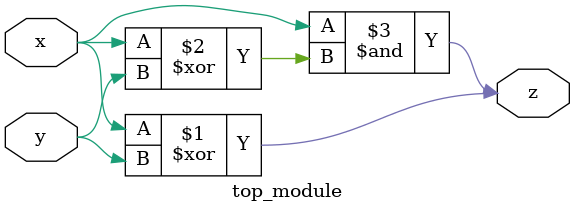
<source format=sv>
module top_module(
    input x,
    input y,
    output z
);

    assign z = x ^ y; // XOR of x and y
    assign z = x & (x ^ y); // AND of x and the XOR of x and y

endmodule

</source>
